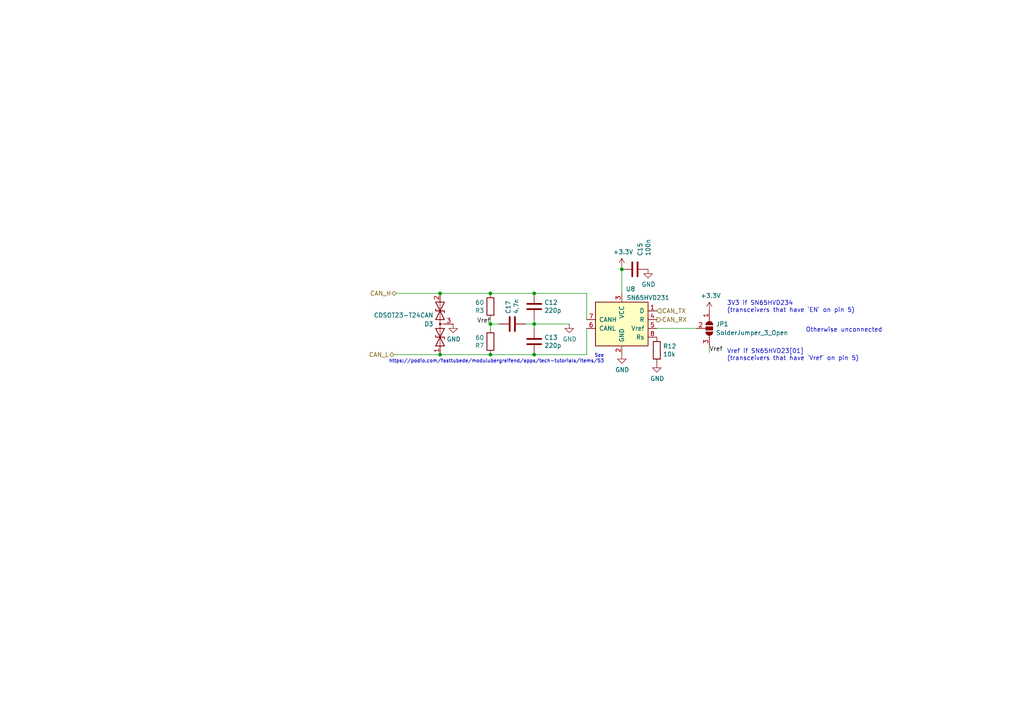
<source format=kicad_sch>
(kicad_sch (version 20230121) (generator eeschema)
  (paper "A4")
  (title_block (title "SDCL - CAN") (date "2021-12-16") (rev "v1.0") (company "FaSTTUBe - Formula Student Team TU Berlin") (comment 1 "Car 113") (comment 2 "EBS Electronics") (comment 3 "CAN Bus input/output stage"))
  (lib_symbols
    (symbol "Device:C" (pin_numbers hide) (pin_names (offset 0.254))
      (property "Reference" "C" (at 0.635 2.54 0))
      (property "Value" "C" (at 0.635 -2.54 0))
      (symbol "C_0_1"
        (polyline (pts (xy -2.032 -0.762) (xy 2.032 -0.762)) (stroke (width 0.508)))
        (polyline (pts (xy -2.032 0.762) (xy 2.032 0.762)) (stroke (width 0.508)))
      )
      (symbol "C_1_1"
        (pin passive line (at 0 3.81 270) (length 2.794) (name "~") (number "1"))
        (pin passive line (at 0 -3.81 90) (length 2.794) (name "~") (number "2"))
      )
    )
    (symbol "Device:D_TVS_Dual_AAC" (pin_names (offset 1.016) hide)
      (property "Reference" "D" (at 0 4.445 0))
      (property "Value" "D_TVS_Dual_AAC" (at 0 2.54 0))
      (symbol "D_TVS_Dual_AAC_0_0"
        (polyline (pts (xy 0 -1.27) (xy 0 0)))
      )
      (symbol "D_TVS_Dual_AAC_0_1"
        (polyline (pts (xy -6.35 0) (xy 6.35 0)))
        (polyline (pts (xy -3.302 1.27) (xy -3.81 1.27) (xy -3.81 -1.27) (xy -4.318 -1.27)) (stroke (width 0.254)))
        (polyline (pts (xy 4.318 1.27) (xy 3.81 1.27) (xy 3.81 -1.27) (xy 3.302 -1.27)) (stroke (width 0.254)))
        (polyline (pts (xy -6.35 1.27) (xy -1.27 -1.27) (xy -1.27 1.27) (xy -6.35 -1.27) (xy -6.35 1.27)) (stroke (width 0.254)))
        (polyline (pts (xy 6.35 1.27) (xy 1.27 -1.27) (xy 1.27 1.27) (xy 6.35 -1.27) (xy 6.35 1.27)) (stroke (width 0.254)))
        (circle (center 0 0) (radius 0.254) (fill (type outline)))
      )
      (symbol "D_TVS_Dual_AAC_1_1"
        (pin passive line (at -8.89 0 0) (length 2.54) (name "A1") (number "1"))
        (pin passive line (at 8.89 0 180) (length 2.54) (name "A2") (number "2"))
        (pin input line (at 0 -3.81 90) (length 2.54) (name "common") (number "3"))
      )
    )
    (symbol "Device:R" (pin_numbers hide) (pin_names (offset 0))
      (property "Reference" "R" (at 2.032 0 90))
      (property "Value" "R" (at 0 0 90))
      (symbol "R_0_1"
        (rectangle (start -1.016 -2.54) (end 1.016 2.54) (stroke (width 0.254)))
      )
      (symbol "R_1_1"
        (pin passive line (at 0 3.81 270) (length 1.27) (name "~") (number "1"))
        (pin passive line (at 0 -3.81 90) (length 1.27) (name "~") (number "2"))
      )
    )
    (symbol "Interface_CAN_LIN:SN65HVD231" (pin_names (offset 1.016))
      (property "Reference" "U" (at -2.54 10.16 0))
      (property "Value" "SN65HVD231" (at -2.54 7.62 0))
      (symbol "SN65HVD231_0_1"
        (rectangle (start -7.62 5.08) (end 7.62 -7.62) (stroke (width 0.254)) (fill (type background)))
      )
      (symbol "SN65HVD231_1_1"
        (pin input line (at -10.16 2.54 0) (length 2.54) (name "D") (number "1"))
        (pin power_in line (at 0 -10.16 90) (length 2.54) (name "GND") (number "2"))
        (pin power_in line (at 0 7.62 270) (length 2.54) (name "VCC") (number "3"))
        (pin output line (at -10.16 0 0) (length 2.54) (name "R") (number "4"))
        (pin output line (at -10.16 -2.54 0) (length 2.54) (name "Vref") (number "5"))
        (pin bidirectional line (at 10.16 -2.54 180) (length 2.54) (name "CANL") (number "6"))
        (pin bidirectional line (at 10.16 0 180) (length 2.54) (name "CANH") (number "7"))
        (pin input line (at -10.16 -5.08 0) (length 2.54) (name "Rs") (number "8"))
      )
    )
    (symbol "Jumper:SolderJumper_3_Open" (pin_names (offset 0) hide)
      (property "Reference" "JP" (at -2.54 -2.54 0))
      (property "Value" "SolderJumper_3_Open" (at 0 2.794 0))
      (symbol "SolderJumper_3_Open_0_1"
        (arc (start -1.016 1.016) (mid -2.0276 0) (end -1.016 -1.016))
        (arc (start -1.016 1.016) (mid -2.0276 0) (end -1.016 -1.016) (fill (type outline)))
        (rectangle (start -0.508 1.016) (end 0.508 -1.016) (fill (type outline)))
        (polyline (pts (xy -2.54 0) (xy -2.032 0)))
        (polyline (pts (xy -1.016 1.016) (xy -1.016 -1.016)))
        (polyline (pts (xy 0 -1.27) (xy 0 -1.016)))
        (polyline (pts (xy 1.016 1.016) (xy 1.016 -1.016)))
        (polyline (pts (xy 2.54 0) (xy 2.032 0)))
        (arc (start 1.016 -1.016) (mid 2.0276 0) (end 1.016 1.016))
        (arc (start 1.016 -1.016) (mid 2.0276 0) (end 1.016 1.016) (fill (type outline)))
      )
      (symbol "SolderJumper_3_Open_1_1"
        (pin passive line (at -5.08 0 0) (length 2.54) (name "A") (number "1"))
        (pin passive line (at 0 -3.81 90) (length 2.54) (name "C") (number "2"))
        (pin passive line (at 5.08 0 180) (length 2.54) (name "B") (number "3"))
      )
    )
    (symbol "power:+3.3V" (power) (pin_names (offset 0))
      (property "Value" "+3.3V" (at 0 3.556 0))
      (symbol "+3.3V_0_1"
        (polyline (pts (xy -0.762 1.27) (xy 0 2.54)))
        (polyline (pts (xy 0 0) (xy 0 2.54)))
        (polyline (pts (xy 0 2.54) (xy 0.762 1.27)))
      )
      (symbol "+3.3V_1_1"
        (pin power_in line (at 0 0 90) (length 0) hide (name "+3.3V") (number "1"))
      )
    )
    (symbol "power:GND" (power) (pin_names (offset 0))
      (property "Value" "GND" (at 0 -3.81 0))
      (symbol "GND_0_1"
        (polyline (pts (xy 0 0) (xy 0 -1.27) (xy 1.27 -1.27) (xy 0 -2.54) (xy -1.27 -1.27) (xy 0 -1.27)))
      )
      (symbol "GND_1_1"
        (pin power_in line (at 0 0 270) (length 0) hide (name "GND") (number "1"))
      )
    )
  )
  (junction (at 142.24 93.98))
  (junction (at 154.94 93.98))
  (junction (at 142.24 102.87))
  (junction (at 127.635 102.87))
  (junction (at 142.24 85.09))
  (junction (at 127.635 85.09))
  (junction (at 154.94 85.09))
  (junction (at 180.34 78.105))
  (junction (at 154.94 102.87))
  (wire (pts (xy 154.94 93.98) (xy 165.1 93.98)))
  (wire (pts (xy 190.5 95.25) (xy 201.93 95.25)))
  (wire (pts (xy 154.94 95.25) (xy 154.94 93.98)))
  (wire (pts (xy 170.18 85.09) (xy 154.94 85.09)))
  (wire (pts (xy 180.34 77.47) (xy 180.34 78.105)))
  (wire (pts (xy 142.24 92.71) (xy 142.24 93.98)))
  (wire (pts (xy 114.935 85.09) (xy 127.635 85.09)))
  (wire (pts (xy 152.4 93.98) (xy 154.94 93.98)))
  (wire (pts (xy 142.24 102.87) (xy 154.94 102.87)))
  (wire (pts (xy 170.18 95.25) (xy 170.18 102.87)))
  (wire (pts (xy 142.24 95.25) (xy 142.24 93.98)))
  (wire (pts (xy 154.94 92.71) (xy 154.94 93.98)))
  (wire (pts (xy 170.18 85.09) (xy 170.18 92.71)))
  (wire (pts (xy 127.635 85.09) (xy 142.24 85.09)))
  (wire (pts (xy 205.74 100.33) (xy 205.74 102.235)))
  (wire (pts (xy 127.635 102.87) (xy 142.24 102.87)))
  (wire (pts (xy 114.3 102.87) (xy 127.635 102.87)))
  (wire (pts (xy 142.24 85.09) (xy 154.94 85.09)))
  (wire (pts (xy 142.24 93.98) (xy 144.78 93.98)))
  (wire (pts (xy 180.34 78.105) (xy 180.34 85.09)))
  (wire (pts (xy 170.18 102.87) (xy 154.94 102.87)))
  (text "3V3 if SN65HVD234\n(transceivers that have `EN` on pin 5)" (at 210.82 90.805 0) (effects (font (size 1.27 1.27)) (justify left bottom)))
  (text "See\nhttps://podio.com/fasttubede/modulubergreifend/apps/tech-tutorials/items/53" (at 175.26 105.41 0) (effects (font (size 1 1)) (justify right bottom)))
  (text "Otherwise unconnected" (at 233.68 96.52 0) (effects (font (size 1.27 1.27)) (justify left bottom)))
  (text "Vref if SN65HVD23[01]\n(transceivers that have `Vref` on pin 5)" (at 210.82 104.775 0) (effects (font (size 1.27 1.27)) (justify left bottom)))
  (label "Vref" (at 205.74 102.235 0))
  (label "Vref" (at 142.24 93.98 180))
  (hierarchical_label "CAN_L" (shape bidirectional) (at 114.3 102.87 180))
  (hierarchical_label "CAN_H" (shape bidirectional) (at 114.935 85.09 180))
  (hierarchical_label "CAN_RX" (shape output) (at 190.5 92.71 0))
  (hierarchical_label "CAN_TX" (shape input) (at 190.5 90.17 0))
  (symbol (lib_id "Device:R") (at 190.5 101.6 0) (unit 1)
    (property "Reference" "R12" (at 192.278 100.4316 0) (effects (justify left)))
    (property "Value" "10k" (at 192.278 102.743 0) (effects (justify left)))
    (property "Footprint" "Resistor_SMD:R_0603_1608Metric_Pad0.98x0.95mm_HandSolder" (effects hide))
  )
  (symbol (lib_id "Device:C") (at 184.15 78.105 90) (unit 1)
    (property "Reference" "C15" (at 185.6486 74.295 0) (effects (justify left)))
    (property "Value" "100n" (at 187.96 74.295 0) (effects (justify left)))
    (property "Footprint" "Capacitor_SMD:C_0603_1608Metric_Pad1.08x0.95mm_HandSolder" (effects hide))
  )
  (symbol (lib_id "Device:C") (at 154.94 88.9 0) (unit 1)
    (property "Reference" "C12" (at 157.861 87.7316 0) (effects (justify left)))
    (property "Value" "220p" (at 157.861 90.043 0) (effects (justify left)))
    (property "Footprint" "Capacitor_SMD:C_0603_1608Metric_Pad1.08x0.95mm_HandSolder" (effects hide))
  )
  (symbol (lib_id "Device:C") (at 154.94 99.06 0) (unit 1)
    (property "Reference" "C13" (at 157.861 97.8916 0) (effects (justify left)))
    (property "Value" "220p" (at 157.861 100.203 0) (effects (justify left)))
    (property "Footprint" "Capacitor_SMD:C_0603_1608Metric_Pad1.08x0.95mm_HandSolder" (effects hide))
  )
  (symbol (lib_id "power:GND") (at 165.1 93.98 0) (unit 1)
    (property "Reference" "#PWR0142" (effects hide))
    (property "Value" "GND" (at 165.227 98.3742 0))
  )
  (symbol (lib_id "power:GND") (at 180.34 102.87 0) (unit 1)
    (property "Reference" "#PWR0143" (effects hide))
    (property "Value" "GND" (at 180.467 107.2642 0))
  )
  (symbol (lib_id "power:+3.3V") (at 180.34 77.47 0) (unit 1)
    (property "Reference" "#PWR0156" (effects hide))
    (property "Value" "+3.3V" (at 180.721 73.0758 0))
  )
  (symbol (lib_id "Interface_CAN_LIN:SN65HVD231") (at 180.34 92.71 0) (mirror y) (unit 1)
    (property "Reference" "U8" (at 182.88 83.82 0))
    (property "Value" "SN65HVD231" (at 187.96 86.36 0))
    (property "Footprint" "Package_SO:SOIC-8_3.9x4.9mm_P1.27mm" (effects hide))
    (property "Datasheet" "http://www.ti.com/lit/ds/symlink/sn65hvd230.pdf" (effects hide))
  )
  (symbol (lib_id "power:+3.3V") (at 205.74 90.17 0) (unit 1)
    (property "Reference" "#PWR0107" (effects hide))
    (property "Value" "+3.3V" (at 206.121 85.7758 0))
  )
  (symbol (lib_id "power:GND") (at 187.96 78.105 0) (unit 1)
    (property "Reference" "#PWR0103" (effects hide))
    (property "Value" "GND" (at 188.087 82.4992 0))
  )
  (symbol (lib_id "power:GND") (at 190.5 105.41 0) (unit 1)
    (property "Reference" "#PWR0105" (effects hide))
    (property "Value" "GND" (at 190.627 109.8042 0))
  )
  (symbol (lib_id "Device:R") (at 142.24 88.9 180) (unit 1)
    (property "Reference" "R3" (at 140.462 90.0684 0) (effects (justify left)))
    (property "Value" "60" (at 140.462 87.757 0) (effects (justify left)))
    (property "Footprint" "Resistor_SMD:R_0603_1608Metric_Pad0.98x0.95mm_HandSolder" (effects hide))
  )
  (symbol (lib_id "Jumper:SolderJumper_3_Open") (at 205.74 95.25 270) (unit 1)
    (property "Reference" "JP1" (at 207.645 93.9799 90) (effects (justify left)))
    (property "Value" "SolderJumper_3_Open" (at 207.645 96.5199 90) (effects (justify left)))
    (property "Footprint" "Jumper:SolderJumper-3_P1.3mm_Open_RoundedPad1.0x1.5mm" (effects hide))
  )
  (symbol (lib_id "power:GND") (at 131.445 93.98 0) (unit 1)
    (property "Reference" "#PWR05" (effects hide))
    (property "Value" "GND" (at 131.572 98.3742 0))
  )
  (symbol (lib_id "Device:C") (at 148.59 93.98 90) (unit 1)
    (property "Reference" "C17" (at 147.4216 91.059 0) (effects (justify left)))
    (property "Value" "4.7n" (at 149.733 91.059 0) (effects (justify left)))
    (property "Footprint" "Capacitor_SMD:C_0603_1608Metric_Pad1.08x0.95mm_HandSolder" (effects hide))
  )
  (symbol (lib_id "Device:D_TVS_Dual_AAC") (at 127.635 93.98 90) (unit 1)
    (property "Reference" "D3" (at 125.73 93.98 90) (effects (justify left)))
    (property "Value" "CDSOT23-T24CAN" (at 125.73 91.44 90) (effects (justify left)))
    (property "Footprint" "Package_TO_SOT_SMD:SOT-23" (effects hide))
  )
  (symbol (lib_id "Device:R") (at 142.24 99.06 180) (unit 1)
    (property "Reference" "R7" (at 140.462 100.2284 0) (effects (justify left)))
    (property "Value" "60" (at 140.462 97.917 0) (effects (justify left)))
    (property "Footprint" "Resistor_SMD:R_0603_1608Metric_Pad0.98x0.95mm_HandSolder" (effects hide))
  )
)
</source>
